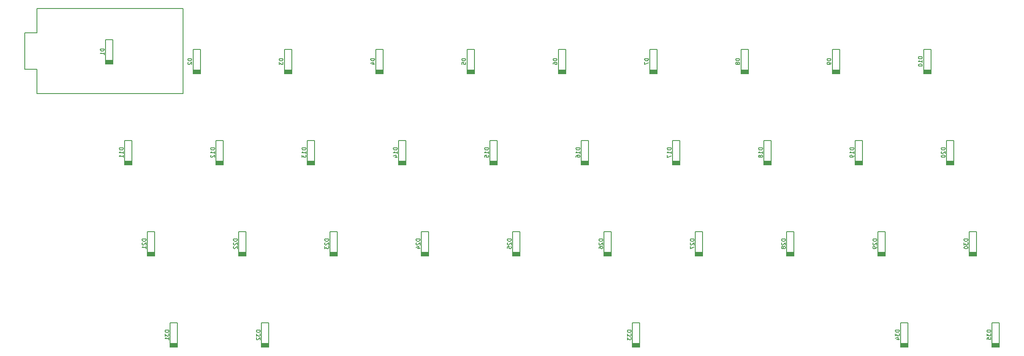
<source format=gbr>
G04 #@! TF.GenerationSoftware,KiCad,Pcbnew,(5.1.4-0-10_14)*
G04 #@! TF.CreationDate,2020-11-13T00:41:32-06:00*
G04 #@! TF.ProjectId,omega_4_solder,6f6d6567-615f-4345-9f73-6f6c6465722e,rev?*
G04 #@! TF.SameCoordinates,Original*
G04 #@! TF.FileFunction,Legend,Bot*
G04 #@! TF.FilePolarity,Positive*
%FSLAX46Y46*%
G04 Gerber Fmt 4.6, Leading zero omitted, Abs format (unit mm)*
G04 Created by KiCad (PCBNEW (5.1.4-0-10_14)) date 2020-11-13 00:41:32*
%MOMM*%
%LPD*%
G04 APERTURE LIST*
%ADD10C,0.150000*%
G04 APERTURE END LIST*
D10*
X51135000Y-56660000D02*
X81615000Y-56660000D01*
X51135000Y-61740000D02*
X51135000Y-56660000D01*
X48595000Y-61740000D02*
X51135000Y-61740000D01*
X48595000Y-69360000D02*
X48595000Y-61740000D01*
X51135000Y-69360000D02*
X48595000Y-69360000D01*
X51135000Y-74440000D02*
X51135000Y-69360000D01*
X81615000Y-74440000D02*
X51135000Y-74440000D01*
X81615000Y-56660000D02*
X81615000Y-74440000D01*
X250388000Y-122335000D02*
X250388000Y-127415000D01*
X250388000Y-127415000D02*
X251912000Y-127415000D01*
X251912000Y-127415000D02*
X251912000Y-122335000D01*
X251912000Y-122335000D02*
X250388000Y-122335000D01*
X250388000Y-127034000D02*
X251912000Y-127034000D01*
X251912000Y-127161000D02*
X250388000Y-127161000D01*
X250388000Y-127288000D02*
X251912000Y-127288000D01*
X251912000Y-126907000D02*
X250388000Y-126907000D01*
X250388000Y-126780000D02*
X251912000Y-126780000D01*
X250388000Y-126653000D02*
X251912000Y-126653000D01*
X231313000Y-122335000D02*
X231313000Y-127415000D01*
X231313000Y-127415000D02*
X232837000Y-127415000D01*
X232837000Y-127415000D02*
X232837000Y-122335000D01*
X232837000Y-122335000D02*
X231313000Y-122335000D01*
X231313000Y-127034000D02*
X232837000Y-127034000D01*
X232837000Y-127161000D02*
X231313000Y-127161000D01*
X231313000Y-127288000D02*
X232837000Y-127288000D01*
X232837000Y-126907000D02*
X231313000Y-126907000D01*
X231313000Y-126780000D02*
X232837000Y-126780000D01*
X231313000Y-126653000D02*
X232837000Y-126653000D01*
X175363000Y-122360000D02*
X175363000Y-127440000D01*
X175363000Y-127440000D02*
X176887000Y-127440000D01*
X176887000Y-127440000D02*
X176887000Y-122360000D01*
X176887000Y-122360000D02*
X175363000Y-122360000D01*
X175363000Y-127059000D02*
X176887000Y-127059000D01*
X176887000Y-127186000D02*
X175363000Y-127186000D01*
X175363000Y-127313000D02*
X176887000Y-127313000D01*
X176887000Y-126932000D02*
X175363000Y-126932000D01*
X175363000Y-126805000D02*
X176887000Y-126805000D01*
X175363000Y-126678000D02*
X176887000Y-126678000D01*
X97988000Y-122360000D02*
X97988000Y-127440000D01*
X97988000Y-127440000D02*
X99512000Y-127440000D01*
X99512000Y-127440000D02*
X99512000Y-122360000D01*
X99512000Y-122360000D02*
X97988000Y-122360000D01*
X97988000Y-127059000D02*
X99512000Y-127059000D01*
X99512000Y-127186000D02*
X97988000Y-127186000D01*
X97988000Y-127313000D02*
X99512000Y-127313000D01*
X99512000Y-126932000D02*
X97988000Y-126932000D01*
X97988000Y-126805000D02*
X99512000Y-126805000D01*
X97988000Y-126678000D02*
X99512000Y-126678000D01*
X78938000Y-122360000D02*
X78938000Y-127440000D01*
X78938000Y-127440000D02*
X80462000Y-127440000D01*
X80462000Y-127440000D02*
X80462000Y-122360000D01*
X80462000Y-122360000D02*
X78938000Y-122360000D01*
X78938000Y-127059000D02*
X80462000Y-127059000D01*
X80462000Y-127186000D02*
X78938000Y-127186000D01*
X78938000Y-127313000D02*
X80462000Y-127313000D01*
X80462000Y-126932000D02*
X78938000Y-126932000D01*
X78938000Y-126805000D02*
X80462000Y-126805000D01*
X78938000Y-126678000D02*
X80462000Y-126678000D01*
X245613000Y-103310000D02*
X245613000Y-108390000D01*
X245613000Y-108390000D02*
X247137000Y-108390000D01*
X247137000Y-108390000D02*
X247137000Y-103310000D01*
X247137000Y-103310000D02*
X245613000Y-103310000D01*
X245613000Y-108009000D02*
X247137000Y-108009000D01*
X247137000Y-108136000D02*
X245613000Y-108136000D01*
X245613000Y-108263000D02*
X247137000Y-108263000D01*
X247137000Y-107882000D02*
X245613000Y-107882000D01*
X245613000Y-107755000D02*
X247137000Y-107755000D01*
X245613000Y-107628000D02*
X247137000Y-107628000D01*
X226588000Y-103310000D02*
X226588000Y-108390000D01*
X226588000Y-108390000D02*
X228112000Y-108390000D01*
X228112000Y-108390000D02*
X228112000Y-103310000D01*
X228112000Y-103310000D02*
X226588000Y-103310000D01*
X226588000Y-108009000D02*
X228112000Y-108009000D01*
X228112000Y-108136000D02*
X226588000Y-108136000D01*
X226588000Y-108263000D02*
X228112000Y-108263000D01*
X228112000Y-107882000D02*
X226588000Y-107882000D01*
X226588000Y-107755000D02*
X228112000Y-107755000D01*
X226588000Y-107628000D02*
X228112000Y-107628000D01*
X207538000Y-103310000D02*
X207538000Y-108390000D01*
X207538000Y-108390000D02*
X209062000Y-108390000D01*
X209062000Y-108390000D02*
X209062000Y-103310000D01*
X209062000Y-103310000D02*
X207538000Y-103310000D01*
X207538000Y-108009000D02*
X209062000Y-108009000D01*
X209062000Y-108136000D02*
X207538000Y-108136000D01*
X207538000Y-108263000D02*
X209062000Y-108263000D01*
X209062000Y-107882000D02*
X207538000Y-107882000D01*
X207538000Y-107755000D02*
X209062000Y-107755000D01*
X207538000Y-107628000D02*
X209062000Y-107628000D01*
X188488000Y-103310000D02*
X188488000Y-108390000D01*
X188488000Y-108390000D02*
X190012000Y-108390000D01*
X190012000Y-108390000D02*
X190012000Y-103310000D01*
X190012000Y-103310000D02*
X188488000Y-103310000D01*
X188488000Y-108009000D02*
X190012000Y-108009000D01*
X190012000Y-108136000D02*
X188488000Y-108136000D01*
X188488000Y-108263000D02*
X190012000Y-108263000D01*
X190012000Y-107882000D02*
X188488000Y-107882000D01*
X188488000Y-107755000D02*
X190012000Y-107755000D01*
X188488000Y-107628000D02*
X190012000Y-107628000D01*
X169438000Y-103310000D02*
X169438000Y-108390000D01*
X169438000Y-108390000D02*
X170962000Y-108390000D01*
X170962000Y-108390000D02*
X170962000Y-103310000D01*
X170962000Y-103310000D02*
X169438000Y-103310000D01*
X169438000Y-108009000D02*
X170962000Y-108009000D01*
X170962000Y-108136000D02*
X169438000Y-108136000D01*
X169438000Y-108263000D02*
X170962000Y-108263000D01*
X170962000Y-107882000D02*
X169438000Y-107882000D01*
X169438000Y-107755000D02*
X170962000Y-107755000D01*
X169438000Y-107628000D02*
X170962000Y-107628000D01*
X150363000Y-103310000D02*
X150363000Y-108390000D01*
X150363000Y-108390000D02*
X151887000Y-108390000D01*
X151887000Y-108390000D02*
X151887000Y-103310000D01*
X151887000Y-103310000D02*
X150363000Y-103310000D01*
X150363000Y-108009000D02*
X151887000Y-108009000D01*
X151887000Y-108136000D02*
X150363000Y-108136000D01*
X150363000Y-108263000D02*
X151887000Y-108263000D01*
X151887000Y-107882000D02*
X150363000Y-107882000D01*
X150363000Y-107755000D02*
X151887000Y-107755000D01*
X150363000Y-107628000D02*
X151887000Y-107628000D01*
X131313000Y-103310000D02*
X131313000Y-108390000D01*
X131313000Y-108390000D02*
X132837000Y-108390000D01*
X132837000Y-108390000D02*
X132837000Y-103310000D01*
X132837000Y-103310000D02*
X131313000Y-103310000D01*
X131313000Y-108009000D02*
X132837000Y-108009000D01*
X132837000Y-108136000D02*
X131313000Y-108136000D01*
X131313000Y-108263000D02*
X132837000Y-108263000D01*
X132837000Y-107882000D02*
X131313000Y-107882000D01*
X131313000Y-107755000D02*
X132837000Y-107755000D01*
X131313000Y-107628000D02*
X132837000Y-107628000D01*
X112263000Y-103310000D02*
X112263000Y-108390000D01*
X112263000Y-108390000D02*
X113787000Y-108390000D01*
X113787000Y-108390000D02*
X113787000Y-103310000D01*
X113787000Y-103310000D02*
X112263000Y-103310000D01*
X112263000Y-108009000D02*
X113787000Y-108009000D01*
X113787000Y-108136000D02*
X112263000Y-108136000D01*
X112263000Y-108263000D02*
X113787000Y-108263000D01*
X113787000Y-107882000D02*
X112263000Y-107882000D01*
X112263000Y-107755000D02*
X113787000Y-107755000D01*
X112263000Y-107628000D02*
X113787000Y-107628000D01*
X93213000Y-103310000D02*
X93213000Y-108390000D01*
X93213000Y-108390000D02*
X94737000Y-108390000D01*
X94737000Y-108390000D02*
X94737000Y-103310000D01*
X94737000Y-103310000D02*
X93213000Y-103310000D01*
X93213000Y-108009000D02*
X94737000Y-108009000D01*
X94737000Y-108136000D02*
X93213000Y-108136000D01*
X93213000Y-108263000D02*
X94737000Y-108263000D01*
X94737000Y-107882000D02*
X93213000Y-107882000D01*
X93213000Y-107755000D02*
X94737000Y-107755000D01*
X93213000Y-107628000D02*
X94737000Y-107628000D01*
X74163000Y-103310000D02*
X74163000Y-108390000D01*
X74163000Y-108390000D02*
X75687000Y-108390000D01*
X75687000Y-108390000D02*
X75687000Y-103310000D01*
X75687000Y-103310000D02*
X74163000Y-103310000D01*
X74163000Y-108009000D02*
X75687000Y-108009000D01*
X75687000Y-108136000D02*
X74163000Y-108136000D01*
X74163000Y-108263000D02*
X75687000Y-108263000D01*
X75687000Y-107882000D02*
X74163000Y-107882000D01*
X74163000Y-107755000D02*
X75687000Y-107755000D01*
X74163000Y-107628000D02*
X75687000Y-107628000D01*
X240863000Y-84235000D02*
X240863000Y-89315000D01*
X240863000Y-89315000D02*
X242387000Y-89315000D01*
X242387000Y-89315000D02*
X242387000Y-84235000D01*
X242387000Y-84235000D02*
X240863000Y-84235000D01*
X240863000Y-88934000D02*
X242387000Y-88934000D01*
X242387000Y-89061000D02*
X240863000Y-89061000D01*
X240863000Y-89188000D02*
X242387000Y-89188000D01*
X242387000Y-88807000D02*
X240863000Y-88807000D01*
X240863000Y-88680000D02*
X242387000Y-88680000D01*
X240863000Y-88553000D02*
X242387000Y-88553000D01*
X221813000Y-84235000D02*
X221813000Y-89315000D01*
X221813000Y-89315000D02*
X223337000Y-89315000D01*
X223337000Y-89315000D02*
X223337000Y-84235000D01*
X223337000Y-84235000D02*
X221813000Y-84235000D01*
X221813000Y-88934000D02*
X223337000Y-88934000D01*
X223337000Y-89061000D02*
X221813000Y-89061000D01*
X221813000Y-89188000D02*
X223337000Y-89188000D01*
X223337000Y-88807000D02*
X221813000Y-88807000D01*
X221813000Y-88680000D02*
X223337000Y-88680000D01*
X221813000Y-88553000D02*
X223337000Y-88553000D01*
X202763000Y-84235000D02*
X202763000Y-89315000D01*
X202763000Y-89315000D02*
X204287000Y-89315000D01*
X204287000Y-89315000D02*
X204287000Y-84235000D01*
X204287000Y-84235000D02*
X202763000Y-84235000D01*
X202763000Y-88934000D02*
X204287000Y-88934000D01*
X204287000Y-89061000D02*
X202763000Y-89061000D01*
X202763000Y-89188000D02*
X204287000Y-89188000D01*
X204287000Y-88807000D02*
X202763000Y-88807000D01*
X202763000Y-88680000D02*
X204287000Y-88680000D01*
X202763000Y-88553000D02*
X204287000Y-88553000D01*
X183713000Y-84235000D02*
X183713000Y-89315000D01*
X183713000Y-89315000D02*
X185237000Y-89315000D01*
X185237000Y-89315000D02*
X185237000Y-84235000D01*
X185237000Y-84235000D02*
X183713000Y-84235000D01*
X183713000Y-88934000D02*
X185237000Y-88934000D01*
X185237000Y-89061000D02*
X183713000Y-89061000D01*
X183713000Y-89188000D02*
X185237000Y-89188000D01*
X185237000Y-88807000D02*
X183713000Y-88807000D01*
X183713000Y-88680000D02*
X185237000Y-88680000D01*
X183713000Y-88553000D02*
X185237000Y-88553000D01*
X164663000Y-84235000D02*
X164663000Y-89315000D01*
X164663000Y-89315000D02*
X166187000Y-89315000D01*
X166187000Y-89315000D02*
X166187000Y-84235000D01*
X166187000Y-84235000D02*
X164663000Y-84235000D01*
X164663000Y-88934000D02*
X166187000Y-88934000D01*
X166187000Y-89061000D02*
X164663000Y-89061000D01*
X164663000Y-89188000D02*
X166187000Y-89188000D01*
X166187000Y-88807000D02*
X164663000Y-88807000D01*
X164663000Y-88680000D02*
X166187000Y-88680000D01*
X164663000Y-88553000D02*
X166187000Y-88553000D01*
X145613000Y-84235000D02*
X145613000Y-89315000D01*
X145613000Y-89315000D02*
X147137000Y-89315000D01*
X147137000Y-89315000D02*
X147137000Y-84235000D01*
X147137000Y-84235000D02*
X145613000Y-84235000D01*
X145613000Y-88934000D02*
X147137000Y-88934000D01*
X147137000Y-89061000D02*
X145613000Y-89061000D01*
X145613000Y-89188000D02*
X147137000Y-89188000D01*
X147137000Y-88807000D02*
X145613000Y-88807000D01*
X145613000Y-88680000D02*
X147137000Y-88680000D01*
X145613000Y-88553000D02*
X147137000Y-88553000D01*
X126588000Y-84235000D02*
X126588000Y-89315000D01*
X126588000Y-89315000D02*
X128112000Y-89315000D01*
X128112000Y-89315000D02*
X128112000Y-84235000D01*
X128112000Y-84235000D02*
X126588000Y-84235000D01*
X126588000Y-88934000D02*
X128112000Y-88934000D01*
X128112000Y-89061000D02*
X126588000Y-89061000D01*
X126588000Y-89188000D02*
X128112000Y-89188000D01*
X128112000Y-88807000D02*
X126588000Y-88807000D01*
X126588000Y-88680000D02*
X128112000Y-88680000D01*
X126588000Y-88553000D02*
X128112000Y-88553000D01*
X107513000Y-84235000D02*
X107513000Y-89315000D01*
X107513000Y-89315000D02*
X109037000Y-89315000D01*
X109037000Y-89315000D02*
X109037000Y-84235000D01*
X109037000Y-84235000D02*
X107513000Y-84235000D01*
X107513000Y-88934000D02*
X109037000Y-88934000D01*
X109037000Y-89061000D02*
X107513000Y-89061000D01*
X107513000Y-89188000D02*
X109037000Y-89188000D01*
X109037000Y-88807000D02*
X107513000Y-88807000D01*
X107513000Y-88680000D02*
X109037000Y-88680000D01*
X107513000Y-88553000D02*
X109037000Y-88553000D01*
X88463000Y-84235000D02*
X88463000Y-89315000D01*
X88463000Y-89315000D02*
X89987000Y-89315000D01*
X89987000Y-89315000D02*
X89987000Y-84235000D01*
X89987000Y-84235000D02*
X88463000Y-84235000D01*
X88463000Y-88934000D02*
X89987000Y-88934000D01*
X89987000Y-89061000D02*
X88463000Y-89061000D01*
X88463000Y-89188000D02*
X89987000Y-89188000D01*
X89987000Y-88807000D02*
X88463000Y-88807000D01*
X88463000Y-88680000D02*
X89987000Y-88680000D01*
X88463000Y-88553000D02*
X89987000Y-88553000D01*
X69413000Y-84235000D02*
X69413000Y-89315000D01*
X69413000Y-89315000D02*
X70937000Y-89315000D01*
X70937000Y-89315000D02*
X70937000Y-84235000D01*
X70937000Y-84235000D02*
X69413000Y-84235000D01*
X69413000Y-88934000D02*
X70937000Y-88934000D01*
X70937000Y-89061000D02*
X69413000Y-89061000D01*
X69413000Y-89188000D02*
X70937000Y-89188000D01*
X70937000Y-88807000D02*
X69413000Y-88807000D01*
X69413000Y-88680000D02*
X70937000Y-88680000D01*
X69413000Y-88553000D02*
X70937000Y-88553000D01*
X236113000Y-65185000D02*
X236113000Y-70265000D01*
X236113000Y-70265000D02*
X237637000Y-70265000D01*
X237637000Y-70265000D02*
X237637000Y-65185000D01*
X237637000Y-65185000D02*
X236113000Y-65185000D01*
X236113000Y-69884000D02*
X237637000Y-69884000D01*
X237637000Y-70011000D02*
X236113000Y-70011000D01*
X236113000Y-70138000D02*
X237637000Y-70138000D01*
X237637000Y-69757000D02*
X236113000Y-69757000D01*
X236113000Y-69630000D02*
X237637000Y-69630000D01*
X236113000Y-69503000D02*
X237637000Y-69503000D01*
X217063000Y-65185000D02*
X217063000Y-70265000D01*
X217063000Y-70265000D02*
X218587000Y-70265000D01*
X218587000Y-70265000D02*
X218587000Y-65185000D01*
X218587000Y-65185000D02*
X217063000Y-65185000D01*
X217063000Y-69884000D02*
X218587000Y-69884000D01*
X218587000Y-70011000D02*
X217063000Y-70011000D01*
X217063000Y-70138000D02*
X218587000Y-70138000D01*
X218587000Y-69757000D02*
X217063000Y-69757000D01*
X217063000Y-69630000D02*
X218587000Y-69630000D01*
X217063000Y-69503000D02*
X218587000Y-69503000D01*
X198013000Y-65185000D02*
X198013000Y-70265000D01*
X198013000Y-70265000D02*
X199537000Y-70265000D01*
X199537000Y-70265000D02*
X199537000Y-65185000D01*
X199537000Y-65185000D02*
X198013000Y-65185000D01*
X198013000Y-69884000D02*
X199537000Y-69884000D01*
X199537000Y-70011000D02*
X198013000Y-70011000D01*
X198013000Y-70138000D02*
X199537000Y-70138000D01*
X199537000Y-69757000D02*
X198013000Y-69757000D01*
X198013000Y-69630000D02*
X199537000Y-69630000D01*
X198013000Y-69503000D02*
X199537000Y-69503000D01*
X178988000Y-65185000D02*
X178988000Y-70265000D01*
X178988000Y-70265000D02*
X180512000Y-70265000D01*
X180512000Y-70265000D02*
X180512000Y-65185000D01*
X180512000Y-65185000D02*
X178988000Y-65185000D01*
X178988000Y-69884000D02*
X180512000Y-69884000D01*
X180512000Y-70011000D02*
X178988000Y-70011000D01*
X178988000Y-70138000D02*
X180512000Y-70138000D01*
X180512000Y-69757000D02*
X178988000Y-69757000D01*
X178988000Y-69630000D02*
X180512000Y-69630000D01*
X178988000Y-69503000D02*
X180512000Y-69503000D01*
X159913000Y-65185000D02*
X159913000Y-70265000D01*
X159913000Y-70265000D02*
X161437000Y-70265000D01*
X161437000Y-70265000D02*
X161437000Y-65185000D01*
X161437000Y-65185000D02*
X159913000Y-65185000D01*
X159913000Y-69884000D02*
X161437000Y-69884000D01*
X161437000Y-70011000D02*
X159913000Y-70011000D01*
X159913000Y-70138000D02*
X161437000Y-70138000D01*
X161437000Y-69757000D02*
X159913000Y-69757000D01*
X159913000Y-69630000D02*
X161437000Y-69630000D01*
X159913000Y-69503000D02*
X161437000Y-69503000D01*
X140863000Y-65185000D02*
X140863000Y-70265000D01*
X140863000Y-70265000D02*
X142387000Y-70265000D01*
X142387000Y-70265000D02*
X142387000Y-65185000D01*
X142387000Y-65185000D02*
X140863000Y-65185000D01*
X140863000Y-69884000D02*
X142387000Y-69884000D01*
X142387000Y-70011000D02*
X140863000Y-70011000D01*
X140863000Y-70138000D02*
X142387000Y-70138000D01*
X142387000Y-69757000D02*
X140863000Y-69757000D01*
X140863000Y-69630000D02*
X142387000Y-69630000D01*
X140863000Y-69503000D02*
X142387000Y-69503000D01*
X121838000Y-65185000D02*
X121838000Y-70265000D01*
X121838000Y-70265000D02*
X123362000Y-70265000D01*
X123362000Y-70265000D02*
X123362000Y-65185000D01*
X123362000Y-65185000D02*
X121838000Y-65185000D01*
X121838000Y-69884000D02*
X123362000Y-69884000D01*
X123362000Y-70011000D02*
X121838000Y-70011000D01*
X121838000Y-70138000D02*
X123362000Y-70138000D01*
X123362000Y-69757000D02*
X121838000Y-69757000D01*
X121838000Y-69630000D02*
X123362000Y-69630000D01*
X121838000Y-69503000D02*
X123362000Y-69503000D01*
X102763000Y-65185000D02*
X102763000Y-70265000D01*
X102763000Y-70265000D02*
X104287000Y-70265000D01*
X104287000Y-70265000D02*
X104287000Y-65185000D01*
X104287000Y-65185000D02*
X102763000Y-65185000D01*
X102763000Y-69884000D02*
X104287000Y-69884000D01*
X104287000Y-70011000D02*
X102763000Y-70011000D01*
X102763000Y-70138000D02*
X104287000Y-70138000D01*
X104287000Y-69757000D02*
X102763000Y-69757000D01*
X102763000Y-69630000D02*
X104287000Y-69630000D01*
X102763000Y-69503000D02*
X104287000Y-69503000D01*
X83713000Y-65185000D02*
X83713000Y-70265000D01*
X83713000Y-70265000D02*
X85237000Y-70265000D01*
X85237000Y-70265000D02*
X85237000Y-65185000D01*
X85237000Y-65185000D02*
X83713000Y-65185000D01*
X83713000Y-69884000D02*
X85237000Y-69884000D01*
X85237000Y-70011000D02*
X83713000Y-70011000D01*
X83713000Y-70138000D02*
X85237000Y-70138000D01*
X85237000Y-69757000D02*
X83713000Y-69757000D01*
X83713000Y-69630000D02*
X85237000Y-69630000D01*
X83713000Y-69503000D02*
X85237000Y-69503000D01*
X65438000Y-63160000D02*
X65438000Y-68240000D01*
X65438000Y-68240000D02*
X66962000Y-68240000D01*
X66962000Y-68240000D02*
X66962000Y-63160000D01*
X66962000Y-63160000D02*
X65438000Y-63160000D01*
X65438000Y-67859000D02*
X66962000Y-67859000D01*
X66962000Y-67986000D02*
X65438000Y-67986000D01*
X65438000Y-68113000D02*
X66962000Y-68113000D01*
X66962000Y-67732000D02*
X65438000Y-67732000D01*
X65438000Y-67605000D02*
X66962000Y-67605000D01*
X65438000Y-67478000D02*
X66962000Y-67478000D01*
X250111904Y-123878171D02*
X249311904Y-123878171D01*
X249311904Y-124068647D01*
X249350000Y-124182933D01*
X249426190Y-124259123D01*
X249502380Y-124297219D01*
X249654761Y-124335314D01*
X249769047Y-124335314D01*
X249921428Y-124297219D01*
X249997619Y-124259123D01*
X250073809Y-124182933D01*
X250111904Y-124068647D01*
X250111904Y-123878171D01*
X249311904Y-124601980D02*
X249311904Y-125097219D01*
X249616666Y-124830552D01*
X249616666Y-124944838D01*
X249654761Y-125021028D01*
X249692857Y-125059123D01*
X249769047Y-125097219D01*
X249959523Y-125097219D01*
X250035714Y-125059123D01*
X250073809Y-125021028D01*
X250111904Y-124944838D01*
X250111904Y-124716266D01*
X250073809Y-124640076D01*
X250035714Y-124601980D01*
X249311904Y-125821028D02*
X249311904Y-125440076D01*
X249692857Y-125401980D01*
X249654761Y-125440076D01*
X249616666Y-125516266D01*
X249616666Y-125706742D01*
X249654761Y-125782933D01*
X249692857Y-125821028D01*
X249769047Y-125859123D01*
X249959523Y-125859123D01*
X250035714Y-125821028D01*
X250073809Y-125782933D01*
X250111904Y-125706742D01*
X250111904Y-125516266D01*
X250073809Y-125440076D01*
X250035714Y-125401980D01*
X231036904Y-123878171D02*
X230236904Y-123878171D01*
X230236904Y-124068647D01*
X230275000Y-124182933D01*
X230351190Y-124259123D01*
X230427380Y-124297219D01*
X230579761Y-124335314D01*
X230694047Y-124335314D01*
X230846428Y-124297219D01*
X230922619Y-124259123D01*
X230998809Y-124182933D01*
X231036904Y-124068647D01*
X231036904Y-123878171D01*
X230236904Y-124601980D02*
X230236904Y-125097219D01*
X230541666Y-124830552D01*
X230541666Y-124944838D01*
X230579761Y-125021028D01*
X230617857Y-125059123D01*
X230694047Y-125097219D01*
X230884523Y-125097219D01*
X230960714Y-125059123D01*
X230998809Y-125021028D01*
X231036904Y-124944838D01*
X231036904Y-124716266D01*
X230998809Y-124640076D01*
X230960714Y-124601980D01*
X230503571Y-125782933D02*
X231036904Y-125782933D01*
X230198809Y-125592457D02*
X230770238Y-125401980D01*
X230770238Y-125897219D01*
X175086904Y-123903171D02*
X174286904Y-123903171D01*
X174286904Y-124093647D01*
X174325000Y-124207933D01*
X174401190Y-124284123D01*
X174477380Y-124322219D01*
X174629761Y-124360314D01*
X174744047Y-124360314D01*
X174896428Y-124322219D01*
X174972619Y-124284123D01*
X175048809Y-124207933D01*
X175086904Y-124093647D01*
X175086904Y-123903171D01*
X174286904Y-124626980D02*
X174286904Y-125122219D01*
X174591666Y-124855552D01*
X174591666Y-124969838D01*
X174629761Y-125046028D01*
X174667857Y-125084123D01*
X174744047Y-125122219D01*
X174934523Y-125122219D01*
X175010714Y-125084123D01*
X175048809Y-125046028D01*
X175086904Y-124969838D01*
X175086904Y-124741266D01*
X175048809Y-124665076D01*
X175010714Y-124626980D01*
X174286904Y-125388885D02*
X174286904Y-125884123D01*
X174591666Y-125617457D01*
X174591666Y-125731742D01*
X174629761Y-125807933D01*
X174667857Y-125846028D01*
X174744047Y-125884123D01*
X174934523Y-125884123D01*
X175010714Y-125846028D01*
X175048809Y-125807933D01*
X175086904Y-125731742D01*
X175086904Y-125503171D01*
X175048809Y-125426980D01*
X175010714Y-125388885D01*
X97711904Y-123903171D02*
X96911904Y-123903171D01*
X96911904Y-124093647D01*
X96950000Y-124207933D01*
X97026190Y-124284123D01*
X97102380Y-124322219D01*
X97254761Y-124360314D01*
X97369047Y-124360314D01*
X97521428Y-124322219D01*
X97597619Y-124284123D01*
X97673809Y-124207933D01*
X97711904Y-124093647D01*
X97711904Y-123903171D01*
X96911904Y-124626980D02*
X96911904Y-125122219D01*
X97216666Y-124855552D01*
X97216666Y-124969838D01*
X97254761Y-125046028D01*
X97292857Y-125084123D01*
X97369047Y-125122219D01*
X97559523Y-125122219D01*
X97635714Y-125084123D01*
X97673809Y-125046028D01*
X97711904Y-124969838D01*
X97711904Y-124741266D01*
X97673809Y-124665076D01*
X97635714Y-124626980D01*
X96988095Y-125426980D02*
X96950000Y-125465076D01*
X96911904Y-125541266D01*
X96911904Y-125731742D01*
X96950000Y-125807933D01*
X96988095Y-125846028D01*
X97064285Y-125884123D01*
X97140476Y-125884123D01*
X97254761Y-125846028D01*
X97711904Y-125388885D01*
X97711904Y-125884123D01*
X78661904Y-123903171D02*
X77861904Y-123903171D01*
X77861904Y-124093647D01*
X77900000Y-124207933D01*
X77976190Y-124284123D01*
X78052380Y-124322219D01*
X78204761Y-124360314D01*
X78319047Y-124360314D01*
X78471428Y-124322219D01*
X78547619Y-124284123D01*
X78623809Y-124207933D01*
X78661904Y-124093647D01*
X78661904Y-123903171D01*
X77861904Y-124626980D02*
X77861904Y-125122219D01*
X78166666Y-124855552D01*
X78166666Y-124969838D01*
X78204761Y-125046028D01*
X78242857Y-125084123D01*
X78319047Y-125122219D01*
X78509523Y-125122219D01*
X78585714Y-125084123D01*
X78623809Y-125046028D01*
X78661904Y-124969838D01*
X78661904Y-124741266D01*
X78623809Y-124665076D01*
X78585714Y-124626980D01*
X78661904Y-125884123D02*
X78661904Y-125426980D01*
X78661904Y-125655552D02*
X77861904Y-125655552D01*
X77976190Y-125579361D01*
X78052380Y-125503171D01*
X78090476Y-125426980D01*
X245336904Y-104853171D02*
X244536904Y-104853171D01*
X244536904Y-105043647D01*
X244575000Y-105157933D01*
X244651190Y-105234123D01*
X244727380Y-105272219D01*
X244879761Y-105310314D01*
X244994047Y-105310314D01*
X245146428Y-105272219D01*
X245222619Y-105234123D01*
X245298809Y-105157933D01*
X245336904Y-105043647D01*
X245336904Y-104853171D01*
X244536904Y-105576980D02*
X244536904Y-106072219D01*
X244841666Y-105805552D01*
X244841666Y-105919838D01*
X244879761Y-105996028D01*
X244917857Y-106034123D01*
X244994047Y-106072219D01*
X245184523Y-106072219D01*
X245260714Y-106034123D01*
X245298809Y-105996028D01*
X245336904Y-105919838D01*
X245336904Y-105691266D01*
X245298809Y-105615076D01*
X245260714Y-105576980D01*
X244536904Y-106567457D02*
X244536904Y-106643647D01*
X244575000Y-106719838D01*
X244613095Y-106757933D01*
X244689285Y-106796028D01*
X244841666Y-106834123D01*
X245032142Y-106834123D01*
X245184523Y-106796028D01*
X245260714Y-106757933D01*
X245298809Y-106719838D01*
X245336904Y-106643647D01*
X245336904Y-106567457D01*
X245298809Y-106491266D01*
X245260714Y-106453171D01*
X245184523Y-106415076D01*
X245032142Y-106376980D01*
X244841666Y-106376980D01*
X244689285Y-106415076D01*
X244613095Y-106453171D01*
X244575000Y-106491266D01*
X244536904Y-106567457D01*
X226311904Y-104853171D02*
X225511904Y-104853171D01*
X225511904Y-105043647D01*
X225550000Y-105157933D01*
X225626190Y-105234123D01*
X225702380Y-105272219D01*
X225854761Y-105310314D01*
X225969047Y-105310314D01*
X226121428Y-105272219D01*
X226197619Y-105234123D01*
X226273809Y-105157933D01*
X226311904Y-105043647D01*
X226311904Y-104853171D01*
X225588095Y-105615076D02*
X225550000Y-105653171D01*
X225511904Y-105729361D01*
X225511904Y-105919838D01*
X225550000Y-105996028D01*
X225588095Y-106034123D01*
X225664285Y-106072219D01*
X225740476Y-106072219D01*
X225854761Y-106034123D01*
X226311904Y-105576980D01*
X226311904Y-106072219D01*
X226311904Y-106453171D02*
X226311904Y-106605552D01*
X226273809Y-106681742D01*
X226235714Y-106719838D01*
X226121428Y-106796028D01*
X225969047Y-106834123D01*
X225664285Y-106834123D01*
X225588095Y-106796028D01*
X225550000Y-106757933D01*
X225511904Y-106681742D01*
X225511904Y-106529361D01*
X225550000Y-106453171D01*
X225588095Y-106415076D01*
X225664285Y-106376980D01*
X225854761Y-106376980D01*
X225930952Y-106415076D01*
X225969047Y-106453171D01*
X226007142Y-106529361D01*
X226007142Y-106681742D01*
X225969047Y-106757933D01*
X225930952Y-106796028D01*
X225854761Y-106834123D01*
X207261904Y-104853171D02*
X206461904Y-104853171D01*
X206461904Y-105043647D01*
X206500000Y-105157933D01*
X206576190Y-105234123D01*
X206652380Y-105272219D01*
X206804761Y-105310314D01*
X206919047Y-105310314D01*
X207071428Y-105272219D01*
X207147619Y-105234123D01*
X207223809Y-105157933D01*
X207261904Y-105043647D01*
X207261904Y-104853171D01*
X206538095Y-105615076D02*
X206500000Y-105653171D01*
X206461904Y-105729361D01*
X206461904Y-105919838D01*
X206500000Y-105996028D01*
X206538095Y-106034123D01*
X206614285Y-106072219D01*
X206690476Y-106072219D01*
X206804761Y-106034123D01*
X207261904Y-105576980D01*
X207261904Y-106072219D01*
X206804761Y-106529361D02*
X206766666Y-106453171D01*
X206728571Y-106415076D01*
X206652380Y-106376980D01*
X206614285Y-106376980D01*
X206538095Y-106415076D01*
X206500000Y-106453171D01*
X206461904Y-106529361D01*
X206461904Y-106681742D01*
X206500000Y-106757933D01*
X206538095Y-106796028D01*
X206614285Y-106834123D01*
X206652380Y-106834123D01*
X206728571Y-106796028D01*
X206766666Y-106757933D01*
X206804761Y-106681742D01*
X206804761Y-106529361D01*
X206842857Y-106453171D01*
X206880952Y-106415076D01*
X206957142Y-106376980D01*
X207109523Y-106376980D01*
X207185714Y-106415076D01*
X207223809Y-106453171D01*
X207261904Y-106529361D01*
X207261904Y-106681742D01*
X207223809Y-106757933D01*
X207185714Y-106796028D01*
X207109523Y-106834123D01*
X206957142Y-106834123D01*
X206880952Y-106796028D01*
X206842857Y-106757933D01*
X206804761Y-106681742D01*
X188211904Y-104853171D02*
X187411904Y-104853171D01*
X187411904Y-105043647D01*
X187450000Y-105157933D01*
X187526190Y-105234123D01*
X187602380Y-105272219D01*
X187754761Y-105310314D01*
X187869047Y-105310314D01*
X188021428Y-105272219D01*
X188097619Y-105234123D01*
X188173809Y-105157933D01*
X188211904Y-105043647D01*
X188211904Y-104853171D01*
X187488095Y-105615076D02*
X187450000Y-105653171D01*
X187411904Y-105729361D01*
X187411904Y-105919838D01*
X187450000Y-105996028D01*
X187488095Y-106034123D01*
X187564285Y-106072219D01*
X187640476Y-106072219D01*
X187754761Y-106034123D01*
X188211904Y-105576980D01*
X188211904Y-106072219D01*
X187411904Y-106338885D02*
X187411904Y-106872219D01*
X188211904Y-106529361D01*
X169161904Y-104853171D02*
X168361904Y-104853171D01*
X168361904Y-105043647D01*
X168400000Y-105157933D01*
X168476190Y-105234123D01*
X168552380Y-105272219D01*
X168704761Y-105310314D01*
X168819047Y-105310314D01*
X168971428Y-105272219D01*
X169047619Y-105234123D01*
X169123809Y-105157933D01*
X169161904Y-105043647D01*
X169161904Y-104853171D01*
X168438095Y-105615076D02*
X168400000Y-105653171D01*
X168361904Y-105729361D01*
X168361904Y-105919838D01*
X168400000Y-105996028D01*
X168438095Y-106034123D01*
X168514285Y-106072219D01*
X168590476Y-106072219D01*
X168704761Y-106034123D01*
X169161904Y-105576980D01*
X169161904Y-106072219D01*
X168361904Y-106757933D02*
X168361904Y-106605552D01*
X168400000Y-106529361D01*
X168438095Y-106491266D01*
X168552380Y-106415076D01*
X168704761Y-106376980D01*
X169009523Y-106376980D01*
X169085714Y-106415076D01*
X169123809Y-106453171D01*
X169161904Y-106529361D01*
X169161904Y-106681742D01*
X169123809Y-106757933D01*
X169085714Y-106796028D01*
X169009523Y-106834123D01*
X168819047Y-106834123D01*
X168742857Y-106796028D01*
X168704761Y-106757933D01*
X168666666Y-106681742D01*
X168666666Y-106529361D01*
X168704761Y-106453171D01*
X168742857Y-106415076D01*
X168819047Y-106376980D01*
X150086904Y-104853171D02*
X149286904Y-104853171D01*
X149286904Y-105043647D01*
X149325000Y-105157933D01*
X149401190Y-105234123D01*
X149477380Y-105272219D01*
X149629761Y-105310314D01*
X149744047Y-105310314D01*
X149896428Y-105272219D01*
X149972619Y-105234123D01*
X150048809Y-105157933D01*
X150086904Y-105043647D01*
X150086904Y-104853171D01*
X149363095Y-105615076D02*
X149325000Y-105653171D01*
X149286904Y-105729361D01*
X149286904Y-105919838D01*
X149325000Y-105996028D01*
X149363095Y-106034123D01*
X149439285Y-106072219D01*
X149515476Y-106072219D01*
X149629761Y-106034123D01*
X150086904Y-105576980D01*
X150086904Y-106072219D01*
X149286904Y-106796028D02*
X149286904Y-106415076D01*
X149667857Y-106376980D01*
X149629761Y-106415076D01*
X149591666Y-106491266D01*
X149591666Y-106681742D01*
X149629761Y-106757933D01*
X149667857Y-106796028D01*
X149744047Y-106834123D01*
X149934523Y-106834123D01*
X150010714Y-106796028D01*
X150048809Y-106757933D01*
X150086904Y-106681742D01*
X150086904Y-106491266D01*
X150048809Y-106415076D01*
X150010714Y-106376980D01*
X131036904Y-104853171D02*
X130236904Y-104853171D01*
X130236904Y-105043647D01*
X130275000Y-105157933D01*
X130351190Y-105234123D01*
X130427380Y-105272219D01*
X130579761Y-105310314D01*
X130694047Y-105310314D01*
X130846428Y-105272219D01*
X130922619Y-105234123D01*
X130998809Y-105157933D01*
X131036904Y-105043647D01*
X131036904Y-104853171D01*
X130313095Y-105615076D02*
X130275000Y-105653171D01*
X130236904Y-105729361D01*
X130236904Y-105919838D01*
X130275000Y-105996028D01*
X130313095Y-106034123D01*
X130389285Y-106072219D01*
X130465476Y-106072219D01*
X130579761Y-106034123D01*
X131036904Y-105576980D01*
X131036904Y-106072219D01*
X130503571Y-106757933D02*
X131036904Y-106757933D01*
X130198809Y-106567457D02*
X130770238Y-106376980D01*
X130770238Y-106872219D01*
X111986904Y-104853171D02*
X111186904Y-104853171D01*
X111186904Y-105043647D01*
X111225000Y-105157933D01*
X111301190Y-105234123D01*
X111377380Y-105272219D01*
X111529761Y-105310314D01*
X111644047Y-105310314D01*
X111796428Y-105272219D01*
X111872619Y-105234123D01*
X111948809Y-105157933D01*
X111986904Y-105043647D01*
X111986904Y-104853171D01*
X111263095Y-105615076D02*
X111225000Y-105653171D01*
X111186904Y-105729361D01*
X111186904Y-105919838D01*
X111225000Y-105996028D01*
X111263095Y-106034123D01*
X111339285Y-106072219D01*
X111415476Y-106072219D01*
X111529761Y-106034123D01*
X111986904Y-105576980D01*
X111986904Y-106072219D01*
X111186904Y-106338885D02*
X111186904Y-106834123D01*
X111491666Y-106567457D01*
X111491666Y-106681742D01*
X111529761Y-106757933D01*
X111567857Y-106796028D01*
X111644047Y-106834123D01*
X111834523Y-106834123D01*
X111910714Y-106796028D01*
X111948809Y-106757933D01*
X111986904Y-106681742D01*
X111986904Y-106453171D01*
X111948809Y-106376980D01*
X111910714Y-106338885D01*
X92936904Y-104853171D02*
X92136904Y-104853171D01*
X92136904Y-105043647D01*
X92175000Y-105157933D01*
X92251190Y-105234123D01*
X92327380Y-105272219D01*
X92479761Y-105310314D01*
X92594047Y-105310314D01*
X92746428Y-105272219D01*
X92822619Y-105234123D01*
X92898809Y-105157933D01*
X92936904Y-105043647D01*
X92936904Y-104853171D01*
X92213095Y-105615076D02*
X92175000Y-105653171D01*
X92136904Y-105729361D01*
X92136904Y-105919838D01*
X92175000Y-105996028D01*
X92213095Y-106034123D01*
X92289285Y-106072219D01*
X92365476Y-106072219D01*
X92479761Y-106034123D01*
X92936904Y-105576980D01*
X92936904Y-106072219D01*
X92213095Y-106376980D02*
X92175000Y-106415076D01*
X92136904Y-106491266D01*
X92136904Y-106681742D01*
X92175000Y-106757933D01*
X92213095Y-106796028D01*
X92289285Y-106834123D01*
X92365476Y-106834123D01*
X92479761Y-106796028D01*
X92936904Y-106338885D01*
X92936904Y-106834123D01*
X73886904Y-104853171D02*
X73086904Y-104853171D01*
X73086904Y-105043647D01*
X73125000Y-105157933D01*
X73201190Y-105234123D01*
X73277380Y-105272219D01*
X73429761Y-105310314D01*
X73544047Y-105310314D01*
X73696428Y-105272219D01*
X73772619Y-105234123D01*
X73848809Y-105157933D01*
X73886904Y-105043647D01*
X73886904Y-104853171D01*
X73163095Y-105615076D02*
X73125000Y-105653171D01*
X73086904Y-105729361D01*
X73086904Y-105919838D01*
X73125000Y-105996028D01*
X73163095Y-106034123D01*
X73239285Y-106072219D01*
X73315476Y-106072219D01*
X73429761Y-106034123D01*
X73886904Y-105576980D01*
X73886904Y-106072219D01*
X73886904Y-106834123D02*
X73886904Y-106376980D01*
X73886904Y-106605552D02*
X73086904Y-106605552D01*
X73201190Y-106529361D01*
X73277380Y-106453171D01*
X73315476Y-106376980D01*
X240586904Y-85778171D02*
X239786904Y-85778171D01*
X239786904Y-85968647D01*
X239825000Y-86082933D01*
X239901190Y-86159123D01*
X239977380Y-86197219D01*
X240129761Y-86235314D01*
X240244047Y-86235314D01*
X240396428Y-86197219D01*
X240472619Y-86159123D01*
X240548809Y-86082933D01*
X240586904Y-85968647D01*
X240586904Y-85778171D01*
X239863095Y-86540076D02*
X239825000Y-86578171D01*
X239786904Y-86654361D01*
X239786904Y-86844838D01*
X239825000Y-86921028D01*
X239863095Y-86959123D01*
X239939285Y-86997219D01*
X240015476Y-86997219D01*
X240129761Y-86959123D01*
X240586904Y-86501980D01*
X240586904Y-86997219D01*
X239786904Y-87492457D02*
X239786904Y-87568647D01*
X239825000Y-87644838D01*
X239863095Y-87682933D01*
X239939285Y-87721028D01*
X240091666Y-87759123D01*
X240282142Y-87759123D01*
X240434523Y-87721028D01*
X240510714Y-87682933D01*
X240548809Y-87644838D01*
X240586904Y-87568647D01*
X240586904Y-87492457D01*
X240548809Y-87416266D01*
X240510714Y-87378171D01*
X240434523Y-87340076D01*
X240282142Y-87301980D01*
X240091666Y-87301980D01*
X239939285Y-87340076D01*
X239863095Y-87378171D01*
X239825000Y-87416266D01*
X239786904Y-87492457D01*
X221536904Y-85778171D02*
X220736904Y-85778171D01*
X220736904Y-85968647D01*
X220775000Y-86082933D01*
X220851190Y-86159123D01*
X220927380Y-86197219D01*
X221079761Y-86235314D01*
X221194047Y-86235314D01*
X221346428Y-86197219D01*
X221422619Y-86159123D01*
X221498809Y-86082933D01*
X221536904Y-85968647D01*
X221536904Y-85778171D01*
X221536904Y-86997219D02*
X221536904Y-86540076D01*
X221536904Y-86768647D02*
X220736904Y-86768647D01*
X220851190Y-86692457D01*
X220927380Y-86616266D01*
X220965476Y-86540076D01*
X221536904Y-87378171D02*
X221536904Y-87530552D01*
X221498809Y-87606742D01*
X221460714Y-87644838D01*
X221346428Y-87721028D01*
X221194047Y-87759123D01*
X220889285Y-87759123D01*
X220813095Y-87721028D01*
X220775000Y-87682933D01*
X220736904Y-87606742D01*
X220736904Y-87454361D01*
X220775000Y-87378171D01*
X220813095Y-87340076D01*
X220889285Y-87301980D01*
X221079761Y-87301980D01*
X221155952Y-87340076D01*
X221194047Y-87378171D01*
X221232142Y-87454361D01*
X221232142Y-87606742D01*
X221194047Y-87682933D01*
X221155952Y-87721028D01*
X221079761Y-87759123D01*
X202486904Y-85778171D02*
X201686904Y-85778171D01*
X201686904Y-85968647D01*
X201725000Y-86082933D01*
X201801190Y-86159123D01*
X201877380Y-86197219D01*
X202029761Y-86235314D01*
X202144047Y-86235314D01*
X202296428Y-86197219D01*
X202372619Y-86159123D01*
X202448809Y-86082933D01*
X202486904Y-85968647D01*
X202486904Y-85778171D01*
X202486904Y-86997219D02*
X202486904Y-86540076D01*
X202486904Y-86768647D02*
X201686904Y-86768647D01*
X201801190Y-86692457D01*
X201877380Y-86616266D01*
X201915476Y-86540076D01*
X202029761Y-87454361D02*
X201991666Y-87378171D01*
X201953571Y-87340076D01*
X201877380Y-87301980D01*
X201839285Y-87301980D01*
X201763095Y-87340076D01*
X201725000Y-87378171D01*
X201686904Y-87454361D01*
X201686904Y-87606742D01*
X201725000Y-87682933D01*
X201763095Y-87721028D01*
X201839285Y-87759123D01*
X201877380Y-87759123D01*
X201953571Y-87721028D01*
X201991666Y-87682933D01*
X202029761Y-87606742D01*
X202029761Y-87454361D01*
X202067857Y-87378171D01*
X202105952Y-87340076D01*
X202182142Y-87301980D01*
X202334523Y-87301980D01*
X202410714Y-87340076D01*
X202448809Y-87378171D01*
X202486904Y-87454361D01*
X202486904Y-87606742D01*
X202448809Y-87682933D01*
X202410714Y-87721028D01*
X202334523Y-87759123D01*
X202182142Y-87759123D01*
X202105952Y-87721028D01*
X202067857Y-87682933D01*
X202029761Y-87606742D01*
X183436904Y-85778171D02*
X182636904Y-85778171D01*
X182636904Y-85968647D01*
X182675000Y-86082933D01*
X182751190Y-86159123D01*
X182827380Y-86197219D01*
X182979761Y-86235314D01*
X183094047Y-86235314D01*
X183246428Y-86197219D01*
X183322619Y-86159123D01*
X183398809Y-86082933D01*
X183436904Y-85968647D01*
X183436904Y-85778171D01*
X183436904Y-86997219D02*
X183436904Y-86540076D01*
X183436904Y-86768647D02*
X182636904Y-86768647D01*
X182751190Y-86692457D01*
X182827380Y-86616266D01*
X182865476Y-86540076D01*
X182636904Y-87263885D02*
X182636904Y-87797219D01*
X183436904Y-87454361D01*
X164386904Y-85778171D02*
X163586904Y-85778171D01*
X163586904Y-85968647D01*
X163625000Y-86082933D01*
X163701190Y-86159123D01*
X163777380Y-86197219D01*
X163929761Y-86235314D01*
X164044047Y-86235314D01*
X164196428Y-86197219D01*
X164272619Y-86159123D01*
X164348809Y-86082933D01*
X164386904Y-85968647D01*
X164386904Y-85778171D01*
X164386904Y-86997219D02*
X164386904Y-86540076D01*
X164386904Y-86768647D02*
X163586904Y-86768647D01*
X163701190Y-86692457D01*
X163777380Y-86616266D01*
X163815476Y-86540076D01*
X163586904Y-87682933D02*
X163586904Y-87530552D01*
X163625000Y-87454361D01*
X163663095Y-87416266D01*
X163777380Y-87340076D01*
X163929761Y-87301980D01*
X164234523Y-87301980D01*
X164310714Y-87340076D01*
X164348809Y-87378171D01*
X164386904Y-87454361D01*
X164386904Y-87606742D01*
X164348809Y-87682933D01*
X164310714Y-87721028D01*
X164234523Y-87759123D01*
X164044047Y-87759123D01*
X163967857Y-87721028D01*
X163929761Y-87682933D01*
X163891666Y-87606742D01*
X163891666Y-87454361D01*
X163929761Y-87378171D01*
X163967857Y-87340076D01*
X164044047Y-87301980D01*
X145336904Y-85778171D02*
X144536904Y-85778171D01*
X144536904Y-85968647D01*
X144575000Y-86082933D01*
X144651190Y-86159123D01*
X144727380Y-86197219D01*
X144879761Y-86235314D01*
X144994047Y-86235314D01*
X145146428Y-86197219D01*
X145222619Y-86159123D01*
X145298809Y-86082933D01*
X145336904Y-85968647D01*
X145336904Y-85778171D01*
X145336904Y-86997219D02*
X145336904Y-86540076D01*
X145336904Y-86768647D02*
X144536904Y-86768647D01*
X144651190Y-86692457D01*
X144727380Y-86616266D01*
X144765476Y-86540076D01*
X144536904Y-87721028D02*
X144536904Y-87340076D01*
X144917857Y-87301980D01*
X144879761Y-87340076D01*
X144841666Y-87416266D01*
X144841666Y-87606742D01*
X144879761Y-87682933D01*
X144917857Y-87721028D01*
X144994047Y-87759123D01*
X145184523Y-87759123D01*
X145260714Y-87721028D01*
X145298809Y-87682933D01*
X145336904Y-87606742D01*
X145336904Y-87416266D01*
X145298809Y-87340076D01*
X145260714Y-87301980D01*
X126311904Y-85778171D02*
X125511904Y-85778171D01*
X125511904Y-85968647D01*
X125550000Y-86082933D01*
X125626190Y-86159123D01*
X125702380Y-86197219D01*
X125854761Y-86235314D01*
X125969047Y-86235314D01*
X126121428Y-86197219D01*
X126197619Y-86159123D01*
X126273809Y-86082933D01*
X126311904Y-85968647D01*
X126311904Y-85778171D01*
X126311904Y-86997219D02*
X126311904Y-86540076D01*
X126311904Y-86768647D02*
X125511904Y-86768647D01*
X125626190Y-86692457D01*
X125702380Y-86616266D01*
X125740476Y-86540076D01*
X125778571Y-87682933D02*
X126311904Y-87682933D01*
X125473809Y-87492457D02*
X126045238Y-87301980D01*
X126045238Y-87797219D01*
X107236904Y-85778171D02*
X106436904Y-85778171D01*
X106436904Y-85968647D01*
X106475000Y-86082933D01*
X106551190Y-86159123D01*
X106627380Y-86197219D01*
X106779761Y-86235314D01*
X106894047Y-86235314D01*
X107046428Y-86197219D01*
X107122619Y-86159123D01*
X107198809Y-86082933D01*
X107236904Y-85968647D01*
X107236904Y-85778171D01*
X107236904Y-86997219D02*
X107236904Y-86540076D01*
X107236904Y-86768647D02*
X106436904Y-86768647D01*
X106551190Y-86692457D01*
X106627380Y-86616266D01*
X106665476Y-86540076D01*
X106436904Y-87263885D02*
X106436904Y-87759123D01*
X106741666Y-87492457D01*
X106741666Y-87606742D01*
X106779761Y-87682933D01*
X106817857Y-87721028D01*
X106894047Y-87759123D01*
X107084523Y-87759123D01*
X107160714Y-87721028D01*
X107198809Y-87682933D01*
X107236904Y-87606742D01*
X107236904Y-87378171D01*
X107198809Y-87301980D01*
X107160714Y-87263885D01*
X88186904Y-85778171D02*
X87386904Y-85778171D01*
X87386904Y-85968647D01*
X87425000Y-86082933D01*
X87501190Y-86159123D01*
X87577380Y-86197219D01*
X87729761Y-86235314D01*
X87844047Y-86235314D01*
X87996428Y-86197219D01*
X88072619Y-86159123D01*
X88148809Y-86082933D01*
X88186904Y-85968647D01*
X88186904Y-85778171D01*
X88186904Y-86997219D02*
X88186904Y-86540076D01*
X88186904Y-86768647D02*
X87386904Y-86768647D01*
X87501190Y-86692457D01*
X87577380Y-86616266D01*
X87615476Y-86540076D01*
X87463095Y-87301980D02*
X87425000Y-87340076D01*
X87386904Y-87416266D01*
X87386904Y-87606742D01*
X87425000Y-87682933D01*
X87463095Y-87721028D01*
X87539285Y-87759123D01*
X87615476Y-87759123D01*
X87729761Y-87721028D01*
X88186904Y-87263885D01*
X88186904Y-87759123D01*
X69136904Y-85778171D02*
X68336904Y-85778171D01*
X68336904Y-85968647D01*
X68375000Y-86082933D01*
X68451190Y-86159123D01*
X68527380Y-86197219D01*
X68679761Y-86235314D01*
X68794047Y-86235314D01*
X68946428Y-86197219D01*
X69022619Y-86159123D01*
X69098809Y-86082933D01*
X69136904Y-85968647D01*
X69136904Y-85778171D01*
X69136904Y-86997219D02*
X69136904Y-86540076D01*
X69136904Y-86768647D02*
X68336904Y-86768647D01*
X68451190Y-86692457D01*
X68527380Y-86616266D01*
X68565476Y-86540076D01*
X69136904Y-87759123D02*
X69136904Y-87301980D01*
X69136904Y-87530552D02*
X68336904Y-87530552D01*
X68451190Y-87454361D01*
X68527380Y-87378171D01*
X68565476Y-87301980D01*
X235836904Y-66728171D02*
X235036904Y-66728171D01*
X235036904Y-66918647D01*
X235075000Y-67032933D01*
X235151190Y-67109123D01*
X235227380Y-67147219D01*
X235379761Y-67185314D01*
X235494047Y-67185314D01*
X235646428Y-67147219D01*
X235722619Y-67109123D01*
X235798809Y-67032933D01*
X235836904Y-66918647D01*
X235836904Y-66728171D01*
X235836904Y-67947219D02*
X235836904Y-67490076D01*
X235836904Y-67718647D02*
X235036904Y-67718647D01*
X235151190Y-67642457D01*
X235227380Y-67566266D01*
X235265476Y-67490076D01*
X235036904Y-68442457D02*
X235036904Y-68518647D01*
X235075000Y-68594838D01*
X235113095Y-68632933D01*
X235189285Y-68671028D01*
X235341666Y-68709123D01*
X235532142Y-68709123D01*
X235684523Y-68671028D01*
X235760714Y-68632933D01*
X235798809Y-68594838D01*
X235836904Y-68518647D01*
X235836904Y-68442457D01*
X235798809Y-68366266D01*
X235760714Y-68328171D01*
X235684523Y-68290076D01*
X235532142Y-68251980D01*
X235341666Y-68251980D01*
X235189285Y-68290076D01*
X235113095Y-68328171D01*
X235075000Y-68366266D01*
X235036904Y-68442457D01*
X216786904Y-67109123D02*
X215986904Y-67109123D01*
X215986904Y-67299600D01*
X216025000Y-67413885D01*
X216101190Y-67490076D01*
X216177380Y-67528171D01*
X216329761Y-67566266D01*
X216444047Y-67566266D01*
X216596428Y-67528171D01*
X216672619Y-67490076D01*
X216748809Y-67413885D01*
X216786904Y-67299600D01*
X216786904Y-67109123D01*
X216786904Y-67947219D02*
X216786904Y-68099600D01*
X216748809Y-68175790D01*
X216710714Y-68213885D01*
X216596428Y-68290076D01*
X216444047Y-68328171D01*
X216139285Y-68328171D01*
X216063095Y-68290076D01*
X216025000Y-68251980D01*
X215986904Y-68175790D01*
X215986904Y-68023409D01*
X216025000Y-67947219D01*
X216063095Y-67909123D01*
X216139285Y-67871028D01*
X216329761Y-67871028D01*
X216405952Y-67909123D01*
X216444047Y-67947219D01*
X216482142Y-68023409D01*
X216482142Y-68175790D01*
X216444047Y-68251980D01*
X216405952Y-68290076D01*
X216329761Y-68328171D01*
X197736904Y-67109123D02*
X196936904Y-67109123D01*
X196936904Y-67299600D01*
X196975000Y-67413885D01*
X197051190Y-67490076D01*
X197127380Y-67528171D01*
X197279761Y-67566266D01*
X197394047Y-67566266D01*
X197546428Y-67528171D01*
X197622619Y-67490076D01*
X197698809Y-67413885D01*
X197736904Y-67299600D01*
X197736904Y-67109123D01*
X197279761Y-68023409D02*
X197241666Y-67947219D01*
X197203571Y-67909123D01*
X197127380Y-67871028D01*
X197089285Y-67871028D01*
X197013095Y-67909123D01*
X196975000Y-67947219D01*
X196936904Y-68023409D01*
X196936904Y-68175790D01*
X196975000Y-68251980D01*
X197013095Y-68290076D01*
X197089285Y-68328171D01*
X197127380Y-68328171D01*
X197203571Y-68290076D01*
X197241666Y-68251980D01*
X197279761Y-68175790D01*
X197279761Y-68023409D01*
X197317857Y-67947219D01*
X197355952Y-67909123D01*
X197432142Y-67871028D01*
X197584523Y-67871028D01*
X197660714Y-67909123D01*
X197698809Y-67947219D01*
X197736904Y-68023409D01*
X197736904Y-68175790D01*
X197698809Y-68251980D01*
X197660714Y-68290076D01*
X197584523Y-68328171D01*
X197432142Y-68328171D01*
X197355952Y-68290076D01*
X197317857Y-68251980D01*
X197279761Y-68175790D01*
X178711904Y-67109123D02*
X177911904Y-67109123D01*
X177911904Y-67299600D01*
X177950000Y-67413885D01*
X178026190Y-67490076D01*
X178102380Y-67528171D01*
X178254761Y-67566266D01*
X178369047Y-67566266D01*
X178521428Y-67528171D01*
X178597619Y-67490076D01*
X178673809Y-67413885D01*
X178711904Y-67299600D01*
X178711904Y-67109123D01*
X177911904Y-67832933D02*
X177911904Y-68366266D01*
X178711904Y-68023409D01*
X159636904Y-67109123D02*
X158836904Y-67109123D01*
X158836904Y-67299600D01*
X158875000Y-67413885D01*
X158951190Y-67490076D01*
X159027380Y-67528171D01*
X159179761Y-67566266D01*
X159294047Y-67566266D01*
X159446428Y-67528171D01*
X159522619Y-67490076D01*
X159598809Y-67413885D01*
X159636904Y-67299600D01*
X159636904Y-67109123D01*
X158836904Y-68251980D02*
X158836904Y-68099600D01*
X158875000Y-68023409D01*
X158913095Y-67985314D01*
X159027380Y-67909123D01*
X159179761Y-67871028D01*
X159484523Y-67871028D01*
X159560714Y-67909123D01*
X159598809Y-67947219D01*
X159636904Y-68023409D01*
X159636904Y-68175790D01*
X159598809Y-68251980D01*
X159560714Y-68290076D01*
X159484523Y-68328171D01*
X159294047Y-68328171D01*
X159217857Y-68290076D01*
X159179761Y-68251980D01*
X159141666Y-68175790D01*
X159141666Y-68023409D01*
X159179761Y-67947219D01*
X159217857Y-67909123D01*
X159294047Y-67871028D01*
X140586904Y-67109123D02*
X139786904Y-67109123D01*
X139786904Y-67299600D01*
X139825000Y-67413885D01*
X139901190Y-67490076D01*
X139977380Y-67528171D01*
X140129761Y-67566266D01*
X140244047Y-67566266D01*
X140396428Y-67528171D01*
X140472619Y-67490076D01*
X140548809Y-67413885D01*
X140586904Y-67299600D01*
X140586904Y-67109123D01*
X139786904Y-68290076D02*
X139786904Y-67909123D01*
X140167857Y-67871028D01*
X140129761Y-67909123D01*
X140091666Y-67985314D01*
X140091666Y-68175790D01*
X140129761Y-68251980D01*
X140167857Y-68290076D01*
X140244047Y-68328171D01*
X140434523Y-68328171D01*
X140510714Y-68290076D01*
X140548809Y-68251980D01*
X140586904Y-68175790D01*
X140586904Y-67985314D01*
X140548809Y-67909123D01*
X140510714Y-67871028D01*
X121561904Y-67109123D02*
X120761904Y-67109123D01*
X120761904Y-67299600D01*
X120800000Y-67413885D01*
X120876190Y-67490076D01*
X120952380Y-67528171D01*
X121104761Y-67566266D01*
X121219047Y-67566266D01*
X121371428Y-67528171D01*
X121447619Y-67490076D01*
X121523809Y-67413885D01*
X121561904Y-67299600D01*
X121561904Y-67109123D01*
X121028571Y-68251980D02*
X121561904Y-68251980D01*
X120723809Y-68061504D02*
X121295238Y-67871028D01*
X121295238Y-68366266D01*
X102486904Y-67109123D02*
X101686904Y-67109123D01*
X101686904Y-67299600D01*
X101725000Y-67413885D01*
X101801190Y-67490076D01*
X101877380Y-67528171D01*
X102029761Y-67566266D01*
X102144047Y-67566266D01*
X102296428Y-67528171D01*
X102372619Y-67490076D01*
X102448809Y-67413885D01*
X102486904Y-67299600D01*
X102486904Y-67109123D01*
X101686904Y-67832933D02*
X101686904Y-68328171D01*
X101991666Y-68061504D01*
X101991666Y-68175790D01*
X102029761Y-68251980D01*
X102067857Y-68290076D01*
X102144047Y-68328171D01*
X102334523Y-68328171D01*
X102410714Y-68290076D01*
X102448809Y-68251980D01*
X102486904Y-68175790D01*
X102486904Y-67947219D01*
X102448809Y-67871028D01*
X102410714Y-67832933D01*
X83436904Y-67109123D02*
X82636904Y-67109123D01*
X82636904Y-67299600D01*
X82675000Y-67413885D01*
X82751190Y-67490076D01*
X82827380Y-67528171D01*
X82979761Y-67566266D01*
X83094047Y-67566266D01*
X83246428Y-67528171D01*
X83322619Y-67490076D01*
X83398809Y-67413885D01*
X83436904Y-67299600D01*
X83436904Y-67109123D01*
X82713095Y-67871028D02*
X82675000Y-67909123D01*
X82636904Y-67985314D01*
X82636904Y-68175790D01*
X82675000Y-68251980D01*
X82713095Y-68290076D01*
X82789285Y-68328171D01*
X82865476Y-68328171D01*
X82979761Y-68290076D01*
X83436904Y-67832933D01*
X83436904Y-68328171D01*
X65161904Y-65084123D02*
X64361904Y-65084123D01*
X64361904Y-65274600D01*
X64400000Y-65388885D01*
X64476190Y-65465076D01*
X64552380Y-65503171D01*
X64704761Y-65541266D01*
X64819047Y-65541266D01*
X64971428Y-65503171D01*
X65047619Y-65465076D01*
X65123809Y-65388885D01*
X65161904Y-65274600D01*
X65161904Y-65084123D01*
X65161904Y-66303171D02*
X65161904Y-65846028D01*
X65161904Y-66074600D02*
X64361904Y-66074600D01*
X64476190Y-65998409D01*
X64552380Y-65922219D01*
X64590476Y-65846028D01*
M02*

</source>
